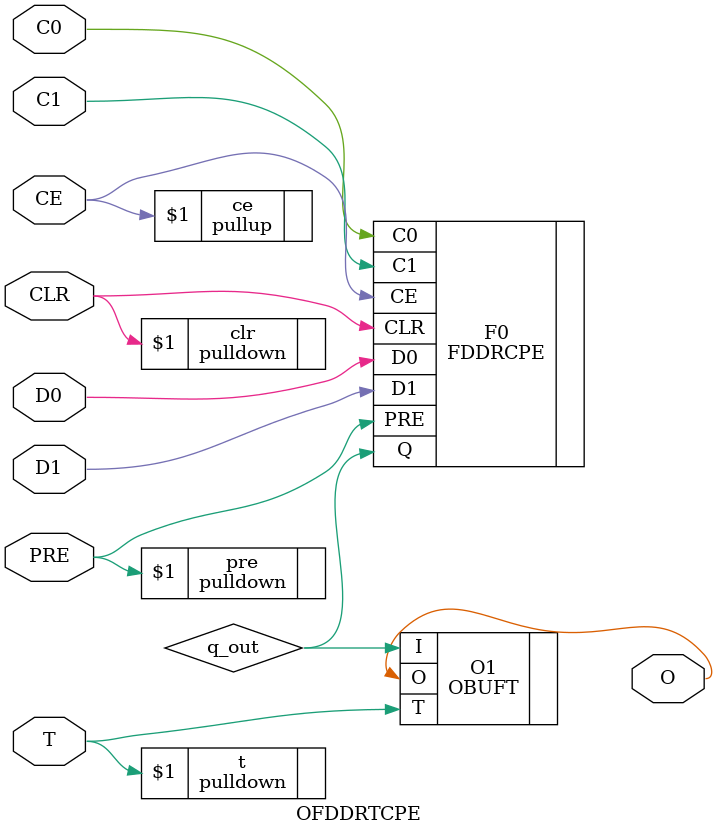
<source format=v>

/*

FUNCTION    : Dual Data Rate output D-FLIP-FLOP with async clear, async preset and clock enable

*/

`celldefine
`timescale  100 ps / 10 ps

module OFDDRTCPE (O, C0, C1, CE, CLR, D0, D1, PRE, T);

    output O;

    input  C0, C1, CE, CLR, D0, D1, PRE, T;

    wire   q_out;

    pulldown clr (CLR);
    pulldown pre (PRE);
    pulldown t (T);
    pullup ce (CE);
    
    FDDRCPE F0 (.C0(C0),
    .C1(C1),
    .CE(CE),
    .CLR(CLR),
    .D0(D0),
    .D1(D1),
    .PRE(PRE),
    .Q(q_out));
//    defparam F0.INIT = 1'b0;

    OBUFT O1 (.I(q_out),
    .T(T),
    .O(O));

endmodule

</source>
